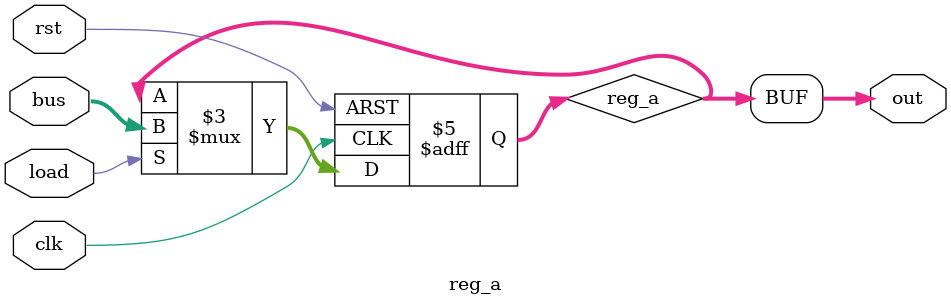
<source format=v>
/*Implementation of accumalator register (A) in SAP-1. Primary register where all operations (+, -) will take place.*/

module reg_a(
    input clk, rst, load,
    input [7:0] bus,
    output [7:0] out
);

reg [7:0] reg_a;

initial begin
  reg_a = 0;
end

always@(posedge clk or posedge rst) begin
    if(rst) begin
        reg_a <= 0;
    end
    else if(load) begin
        reg_a <= bus;
    end
end

assign out = reg_a;

endmodule
</source>
